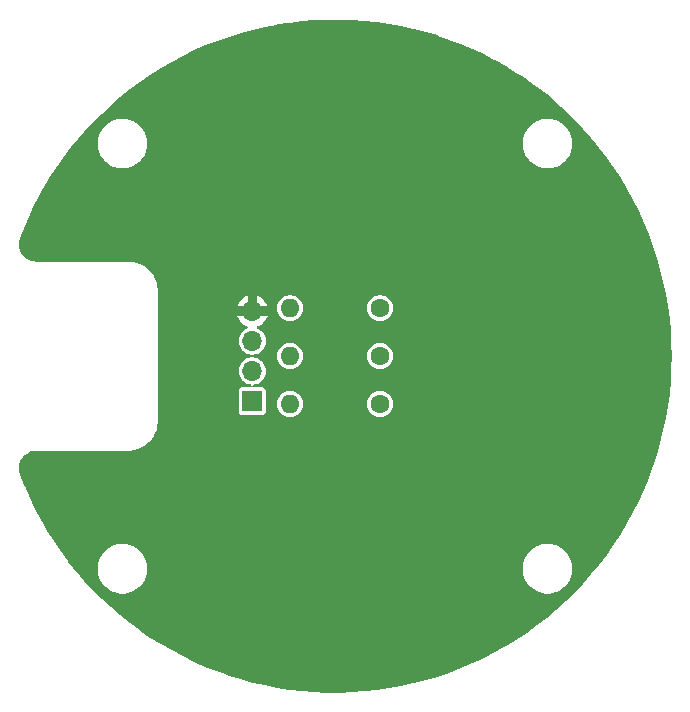
<source format=gbr>
%TF.GenerationSoftware,KiCad,Pcbnew,9.0.0*%
%TF.CreationDate,2025-07-28T18:14:09+09:00*%
%TF.ProjectId,UmiusiThrusterLEDUnit,556d6975-7369-4546-9872-75737465724c,01*%
%TF.SameCoordinates,Original*%
%TF.FileFunction,Copper,L2,Bot*%
%TF.FilePolarity,Positive*%
%FSLAX46Y46*%
G04 Gerber Fmt 4.6, Leading zero omitted, Abs format (unit mm)*
G04 Created by KiCad (PCBNEW 9.0.0) date 2025-07-28 18:14:09*
%MOMM*%
%LPD*%
G01*
G04 APERTURE LIST*
%TA.AperFunction,ComponentPad*%
%ADD10R,1.700000X1.700000*%
%TD*%
%TA.AperFunction,ComponentPad*%
%ADD11O,1.700000X1.700000*%
%TD*%
%TA.AperFunction,ComponentPad*%
%ADD12C,1.600000*%
%TD*%
%TA.AperFunction,ComponentPad*%
%ADD13O,1.600000X1.600000*%
%TD*%
%TA.AperFunction,ViaPad*%
%ADD14C,0.600000*%
%TD*%
%TA.AperFunction,Conductor*%
%ADD15C,0.400000*%
%TD*%
G04 APERTURE END LIST*
D10*
%TO.P,J1,1,Pin_1*%
%TO.N,G_LED*%
X51000000Y-65800000D03*
D11*
%TO.P,J1,2,Pin_2*%
%TO.N,R_LED*%
X51000000Y-63260000D03*
%TO.P,J1,3,Pin_3*%
%TO.N,B_LED*%
X51000000Y-60720000D03*
%TO.P,J1,4,Pin_4*%
%TO.N,GND*%
X51000000Y-58180000D03*
%TD*%
D12*
%TO.P,R1,1*%
%TO.N,Net-(D1-GA)*%
X61810000Y-66050000D03*
D13*
%TO.P,R1,2*%
%TO.N,G_LED*%
X54190000Y-66050000D03*
%TD*%
D12*
%TO.P,R2,1*%
%TO.N,Net-(D1-PAD)*%
X61810000Y-62000000D03*
D13*
%TO.P,R2,2*%
%TO.N,R_LED*%
X54190000Y-62000000D03*
%TD*%
D12*
%TO.P,R3,1*%
%TO.N,Net-(D1-BA)*%
X61810000Y-57950000D03*
D13*
%TO.P,R3,2*%
%TO.N,B_LED*%
X54190000Y-57950000D03*
%TD*%
D14*
%TO.N,GND*%
X63000000Y-47000000D03*
X58000000Y-77000000D03*
X53000000Y-72000000D03*
X78000000Y-77000000D03*
X68000000Y-52000000D03*
X68000000Y-62000000D03*
X48000000Y-72000000D03*
X63000000Y-42000000D03*
X68000000Y-72000000D03*
X63000000Y-77000000D03*
X54000000Y-60000000D03*
X78000000Y-47000000D03*
X38000000Y-47000000D03*
X48000000Y-87000000D03*
X33000000Y-52000000D03*
X43000000Y-72000000D03*
X73000000Y-77000000D03*
X53000000Y-37000000D03*
X73000000Y-57000000D03*
X53000000Y-52000000D03*
X53000000Y-82000000D03*
X78000000Y-57000000D03*
X63000000Y-87000000D03*
X43000000Y-47000000D03*
X68000000Y-42000000D03*
X78000000Y-72000000D03*
X53000000Y-47000000D03*
X58000000Y-72000000D03*
X83000000Y-57000000D03*
X73000000Y-62000000D03*
X68000000Y-47000000D03*
X68000000Y-37000000D03*
X83000000Y-62000000D03*
X73000000Y-67000000D03*
X53000000Y-42000000D03*
X58000000Y-42000000D03*
X73000000Y-72000000D03*
X48000000Y-52000000D03*
X78000000Y-62000000D03*
X58000000Y-52000000D03*
X58000000Y-87000000D03*
X68000000Y-87000000D03*
X43000000Y-82000000D03*
X68000000Y-57000000D03*
X63000000Y-82000000D03*
X48000000Y-47000000D03*
X73000000Y-82000000D03*
X33000000Y-72000000D03*
X83000000Y-52000000D03*
X48000000Y-82000000D03*
X48000000Y-42000000D03*
X53000000Y-77000000D03*
X43000000Y-52000000D03*
X43000000Y-77000000D03*
X68000000Y-67000000D03*
X58000000Y-82000000D03*
X73000000Y-42000000D03*
X38000000Y-77000000D03*
X78000000Y-67000000D03*
X83000000Y-72000000D03*
X43000000Y-42000000D03*
X83000000Y-67000000D03*
X58000000Y-37000000D03*
X53000000Y-87000000D03*
X68000000Y-77000000D03*
X48000000Y-37000000D03*
X68000000Y-82000000D03*
X48000000Y-77000000D03*
X54000000Y-64250000D03*
X73000000Y-47000000D03*
X78000000Y-52000000D03*
X58000000Y-47000000D03*
X63000000Y-37000000D03*
X63000000Y-72000000D03*
X63000000Y-52000000D03*
X38000000Y-52000000D03*
X73000000Y-52000000D03*
X38000000Y-72000000D03*
%TD*%
D15*
%TO.N,B_LED*%
X53890000Y-58250000D02*
X54190000Y-57950000D01*
%TD*%
%TA.AperFunction,Conductor*%
%TO.N,GND*%
G36*
X58368547Y-33502926D02*
G01*
X59420553Y-33535969D01*
X59425132Y-33536198D01*
X60475211Y-33608233D01*
X60479696Y-33608624D01*
X61526377Y-33719552D01*
X61530915Y-33720118D01*
X62572756Y-33869785D01*
X62577248Y-33870516D01*
X63612877Y-34058727D01*
X63617311Y-34059619D01*
X64645190Y-34286095D01*
X64649578Y-34287147D01*
X65668428Y-34551607D01*
X65672764Y-34552818D01*
X66681080Y-34854873D01*
X66685426Y-34856264D01*
X66976899Y-34955499D01*
X67681736Y-35195467D01*
X67686062Y-35197029D01*
X68669205Y-35572984D01*
X68673404Y-35574680D01*
X69641887Y-35986821D01*
X69646050Y-35988684D01*
X70598610Y-36436470D01*
X70602649Y-36438461D01*
X71314616Y-36805980D01*
X71537962Y-36921272D01*
X71541982Y-36923442D01*
X72458723Y-37440595D01*
X72462606Y-37442881D01*
X72816961Y-37660486D01*
X73359534Y-37993673D01*
X73363403Y-37996148D01*
X73626400Y-38171406D01*
X74239259Y-38579805D01*
X74243038Y-38582426D01*
X75096636Y-39198157D01*
X75100316Y-39200917D01*
X75930483Y-39847871D01*
X75934058Y-39850765D01*
X76739663Y-40528064D01*
X76743128Y-40531089D01*
X77523082Y-41237818D01*
X77526432Y-41240968D01*
X78279637Y-41976130D01*
X78282867Y-41979403D01*
X78540038Y-42249751D01*
X79008252Y-42741954D01*
X79011360Y-42745344D01*
X79708007Y-43534317D01*
X79710987Y-43537821D01*
X79914510Y-43786313D01*
X80377889Y-44352079D01*
X80380701Y-44355645D01*
X81016968Y-45194101D01*
X81019675Y-45197809D01*
X81201882Y-45457373D01*
X81624392Y-46059262D01*
X81626964Y-46063075D01*
X82199309Y-46946348D01*
X82201738Y-46950254D01*
X82740924Y-47854129D01*
X82743207Y-47858122D01*
X83248515Y-48781396D01*
X83250648Y-48785471D01*
X83721367Y-49726847D01*
X83723347Y-49730998D01*
X84158827Y-50689174D01*
X84160652Y-50693396D01*
X84560297Y-51667063D01*
X84561964Y-51671349D01*
X84925230Y-52659177D01*
X84926737Y-52663523D01*
X85253113Y-53664125D01*
X85254458Y-53668523D01*
X85543505Y-54680552D01*
X85544686Y-54684997D01*
X85796005Y-55707060D01*
X85797020Y-55711546D01*
X86010261Y-56742216D01*
X86011109Y-56746737D01*
X86185978Y-57784593D01*
X86186658Y-57789142D01*
X86322918Y-58832781D01*
X86323429Y-58837351D01*
X86420893Y-59885330D01*
X86421234Y-59889917D01*
X86479765Y-60940775D01*
X86479936Y-60945371D01*
X86499456Y-61997700D01*
X86499456Y-62002300D01*
X86479936Y-63054628D01*
X86479765Y-63059224D01*
X86421234Y-64110082D01*
X86420893Y-64114669D01*
X86323429Y-65162648D01*
X86322918Y-65167218D01*
X86186658Y-66210857D01*
X86185978Y-66215406D01*
X86011109Y-67253262D01*
X86010261Y-67257783D01*
X85797020Y-68288453D01*
X85796005Y-68292939D01*
X85544686Y-69315002D01*
X85543505Y-69319447D01*
X85254458Y-70331476D01*
X85253113Y-70335874D01*
X84926737Y-71336476D01*
X84925230Y-71340822D01*
X84561964Y-72328650D01*
X84560297Y-72332936D01*
X84160652Y-73306603D01*
X84158827Y-73310825D01*
X83723347Y-74269001D01*
X83721367Y-74273152D01*
X83250648Y-75214528D01*
X83248515Y-75218603D01*
X82743207Y-76141877D01*
X82740924Y-76145870D01*
X82201738Y-77049745D01*
X82199309Y-77053651D01*
X81626964Y-77936924D01*
X81624392Y-77940737D01*
X81019680Y-78802183D01*
X81016968Y-78805898D01*
X80380719Y-79644332D01*
X80377871Y-79647943D01*
X79710987Y-80462178D01*
X79708007Y-80465682D01*
X79011360Y-81254655D01*
X79008252Y-81258045D01*
X78282868Y-82020595D01*
X78279637Y-82023869D01*
X77526432Y-82759031D01*
X77523082Y-82762181D01*
X76743128Y-83468910D01*
X76739663Y-83471935D01*
X75934058Y-84149234D01*
X75930483Y-84152128D01*
X75100316Y-84799082D01*
X75096636Y-84801842D01*
X74243038Y-85417573D01*
X74239259Y-85420194D01*
X73363408Y-86003847D01*
X73359534Y-86006326D01*
X72462626Y-86557106D01*
X72458683Y-86559427D01*
X71978406Y-86830362D01*
X71542009Y-87076542D01*
X71537962Y-87078727D01*
X70602692Y-87561517D01*
X70598567Y-87563550D01*
X69646067Y-88011307D01*
X69641869Y-88013186D01*
X68673437Y-88425305D01*
X68669172Y-88427028D01*
X67686062Y-88802970D01*
X67681736Y-88804532D01*
X66685443Y-89143729D01*
X66681063Y-89145131D01*
X65672811Y-89447167D01*
X65668381Y-89448405D01*
X64649620Y-89712842D01*
X64645147Y-89713914D01*
X63617349Y-89940372D01*
X63612840Y-89941279D01*
X62577272Y-90129479D01*
X62572732Y-90130217D01*
X61530928Y-90279879D01*
X61526364Y-90280448D01*
X60479745Y-90391370D01*
X60475163Y-90391770D01*
X59425139Y-90463800D01*
X59420546Y-90464030D01*
X58368554Y-90497072D01*
X58363955Y-90497131D01*
X57311491Y-90491138D01*
X57306893Y-90491027D01*
X56255344Y-90446005D01*
X56250753Y-90445723D01*
X55201613Y-90361735D01*
X55197036Y-90361283D01*
X54151716Y-90238444D01*
X54147159Y-90237822D01*
X53107144Y-90076306D01*
X53102613Y-90075516D01*
X52069304Y-89875541D01*
X52064805Y-89874584D01*
X51039584Y-89636418D01*
X51035124Y-89635294D01*
X50019478Y-89359281D01*
X50015063Y-89357993D01*
X49010340Y-89044500D01*
X49005975Y-89043049D01*
X48509764Y-88867778D01*
X48013537Y-88692500D01*
X48009264Y-88690901D01*
X47030512Y-88303789D01*
X47026275Y-88302022D01*
X46062590Y-87878896D01*
X46058413Y-87876969D01*
X45111077Y-87418392D01*
X45106976Y-87416312D01*
X44177274Y-86922906D01*
X44173293Y-86920698D01*
X43262502Y-86393138D01*
X43258579Y-86390767D01*
X42368030Y-85829824D01*
X42364184Y-85827301D01*
X41768092Y-85420194D01*
X41495026Y-85233700D01*
X41491283Y-85231041D01*
X40908523Y-84800501D01*
X40644762Y-84605635D01*
X40641115Y-84602835D01*
X39818344Y-83946443D01*
X39814803Y-83943508D01*
X39016980Y-83257092D01*
X39013549Y-83254028D01*
X38241698Y-82538464D01*
X38238384Y-82535275D01*
X37493629Y-81791608D01*
X37490435Y-81788299D01*
X36773745Y-81017494D01*
X36770676Y-81014068D01*
X36083071Y-80217224D01*
X36080131Y-80213686D01*
X35857725Y-79935739D01*
X35798987Y-79862332D01*
X37899500Y-79862332D01*
X37899500Y-80137667D01*
X37899501Y-80137684D01*
X37935438Y-80410655D01*
X37935439Y-80410660D01*
X37935440Y-80410666D01*
X37956343Y-80488676D01*
X38006704Y-80676630D01*
X38112075Y-80931017D01*
X38112080Y-80931028D01*
X38161030Y-81015810D01*
X38249751Y-81169479D01*
X38249753Y-81169482D01*
X38249754Y-81169483D01*
X38417370Y-81387926D01*
X38417376Y-81387933D01*
X38612066Y-81582623D01*
X38612072Y-81582628D01*
X38830521Y-81750249D01*
X38983778Y-81838732D01*
X39068971Y-81887919D01*
X39068976Y-81887921D01*
X39068979Y-81887923D01*
X39323368Y-81993295D01*
X39589334Y-82064560D01*
X39862326Y-82100500D01*
X39862333Y-82100500D01*
X40137667Y-82100500D01*
X40137674Y-82100500D01*
X40410666Y-82064560D01*
X40676632Y-81993295D01*
X40931021Y-81887923D01*
X41169479Y-81750249D01*
X41387928Y-81582628D01*
X41582628Y-81387928D01*
X41750249Y-81169479D01*
X41887923Y-80931021D01*
X41993295Y-80676632D01*
X42064560Y-80410666D01*
X42100500Y-80137674D01*
X42100500Y-79862332D01*
X73899500Y-79862332D01*
X73899500Y-80137667D01*
X73899501Y-80137684D01*
X73935438Y-80410655D01*
X73935439Y-80410660D01*
X73935440Y-80410666D01*
X73956343Y-80488676D01*
X74006704Y-80676630D01*
X74112075Y-80931017D01*
X74112080Y-80931028D01*
X74161030Y-81015810D01*
X74249751Y-81169479D01*
X74249753Y-81169482D01*
X74249754Y-81169483D01*
X74417370Y-81387926D01*
X74417376Y-81387933D01*
X74612066Y-81582623D01*
X74612072Y-81582628D01*
X74830521Y-81750249D01*
X74983778Y-81838732D01*
X75068971Y-81887919D01*
X75068976Y-81887921D01*
X75068979Y-81887923D01*
X75323368Y-81993295D01*
X75589334Y-82064560D01*
X75862326Y-82100500D01*
X75862333Y-82100500D01*
X76137667Y-82100500D01*
X76137674Y-82100500D01*
X76410666Y-82064560D01*
X76676632Y-81993295D01*
X76931021Y-81887923D01*
X77169479Y-81750249D01*
X77387928Y-81582628D01*
X77582628Y-81387928D01*
X77750249Y-81169479D01*
X77887923Y-80931021D01*
X77993295Y-80676632D01*
X78064560Y-80410666D01*
X78100500Y-80137674D01*
X78100500Y-79862326D01*
X78064560Y-79589334D01*
X77993295Y-79323368D01*
X77887923Y-79068979D01*
X77887921Y-79068976D01*
X77887919Y-79068971D01*
X77838732Y-78983778D01*
X77750249Y-78830521D01*
X77582628Y-78612072D01*
X77582623Y-78612066D01*
X77387933Y-78417376D01*
X77387926Y-78417370D01*
X77169483Y-78249754D01*
X77169482Y-78249753D01*
X77169479Y-78249751D01*
X77074407Y-78194861D01*
X76931028Y-78112080D01*
X76931017Y-78112075D01*
X76676630Y-78006704D01*
X76543649Y-77971072D01*
X76410666Y-77935440D01*
X76410660Y-77935439D01*
X76410655Y-77935438D01*
X76137684Y-77899501D01*
X76137679Y-77899500D01*
X76137674Y-77899500D01*
X75862326Y-77899500D01*
X75862320Y-77899500D01*
X75862315Y-77899501D01*
X75589344Y-77935438D01*
X75589337Y-77935439D01*
X75589334Y-77935440D01*
X75533125Y-77950500D01*
X75323369Y-78006704D01*
X75068982Y-78112075D01*
X75068971Y-78112080D01*
X74830516Y-78249754D01*
X74612073Y-78417370D01*
X74612066Y-78417376D01*
X74417376Y-78612066D01*
X74417370Y-78612073D01*
X74249754Y-78830516D01*
X74112080Y-79068971D01*
X74112075Y-79068982D01*
X74006704Y-79323369D01*
X73935441Y-79589331D01*
X73935438Y-79589344D01*
X73899501Y-79862315D01*
X73899500Y-79862332D01*
X42100500Y-79862332D01*
X42100500Y-79862326D01*
X42064560Y-79589334D01*
X41993295Y-79323368D01*
X41887923Y-79068979D01*
X41887921Y-79068976D01*
X41887919Y-79068971D01*
X41838732Y-78983778D01*
X41750249Y-78830521D01*
X41582628Y-78612072D01*
X41582623Y-78612066D01*
X41387933Y-78417376D01*
X41387926Y-78417370D01*
X41169483Y-78249754D01*
X41169482Y-78249753D01*
X41169479Y-78249751D01*
X41074407Y-78194861D01*
X40931028Y-78112080D01*
X40931017Y-78112075D01*
X40676630Y-78006704D01*
X40543649Y-77971072D01*
X40410666Y-77935440D01*
X40410660Y-77935439D01*
X40410655Y-77935438D01*
X40137684Y-77899501D01*
X40137679Y-77899500D01*
X40137674Y-77899500D01*
X39862326Y-77899500D01*
X39862320Y-77899500D01*
X39862315Y-77899501D01*
X39589344Y-77935438D01*
X39589337Y-77935439D01*
X39589334Y-77935440D01*
X39533125Y-77950500D01*
X39323369Y-78006704D01*
X39068982Y-78112075D01*
X39068971Y-78112080D01*
X38830516Y-78249754D01*
X38612073Y-78417370D01*
X38612066Y-78417376D01*
X38417376Y-78612066D01*
X38417370Y-78612073D01*
X38249754Y-78830516D01*
X38112080Y-79068971D01*
X38112075Y-79068982D01*
X38006704Y-79323369D01*
X37935441Y-79589331D01*
X37935438Y-79589344D01*
X37899501Y-79862315D01*
X37899500Y-79862332D01*
X35798987Y-79862332D01*
X35422560Y-79391901D01*
X35419754Y-79388258D01*
X34952104Y-78757200D01*
X34793083Y-78542613D01*
X34790423Y-78538880D01*
X34707177Y-78417372D01*
X34195569Y-77670612D01*
X34193050Y-77666785D01*
X33630807Y-76777057D01*
X33628422Y-76773124D01*
X33261549Y-76141877D01*
X33099540Y-75863122D01*
X33097318Y-75859129D01*
X32602554Y-74930149D01*
X32600468Y-74926051D01*
X32140508Y-73979386D01*
X32138575Y-73975212D01*
X31714041Y-73012146D01*
X31712264Y-73007904D01*
X31663555Y-72885274D01*
X31324999Y-72032933D01*
X31321258Y-72022068D01*
X31262868Y-71822992D01*
X31259014Y-71805004D01*
X31231189Y-71602900D01*
X31230039Y-71584555D01*
X31232420Y-71380541D01*
X31233999Y-71362219D01*
X31237456Y-71340822D01*
X31266534Y-71160817D01*
X31270805Y-71142936D01*
X31332777Y-70948566D01*
X31339645Y-70931511D01*
X31429698Y-70748434D01*
X31439013Y-70732588D01*
X31555155Y-70564854D01*
X31566707Y-70550565D01*
X31706396Y-70401849D01*
X31719939Y-70389423D01*
X31880081Y-70263019D01*
X31895312Y-70252733D01*
X32072393Y-70151412D01*
X32088987Y-70143489D01*
X32279105Y-70069482D01*
X32296691Y-70064100D01*
X32495673Y-70019032D01*
X32513846Y-70016314D01*
X32721859Y-70000841D01*
X32731057Y-70000500D01*
X32792389Y-70000500D01*
X40495445Y-70000500D01*
X40495890Y-70000500D01*
X40511402Y-70000556D01*
X40642231Y-70001029D01*
X40642233Y-70001029D01*
X40642233Y-70001028D01*
X40642238Y-70001029D01*
X40943377Y-69965521D01*
X40943387Y-69965518D01*
X40943390Y-69965518D01*
X41238018Y-69893889D01*
X41238019Y-69893888D01*
X41238021Y-69893888D01*
X41521851Y-69787181D01*
X41790709Y-69646962D01*
X42040655Y-69475287D01*
X42268028Y-69274669D01*
X42469497Y-69048050D01*
X42642108Y-68798748D01*
X42783334Y-68530418D01*
X42891105Y-68246990D01*
X42963841Y-67952617D01*
X43000478Y-67651613D01*
X43000488Y-67574585D01*
X43000500Y-67574435D01*
X43000500Y-58580000D01*
X49710494Y-58580000D01*
X49748907Y-58698222D01*
X49845379Y-58887557D01*
X49970272Y-59059459D01*
X49970276Y-59059464D01*
X50120535Y-59209723D01*
X50120540Y-59209727D01*
X50292442Y-59334620D01*
X50481780Y-59431094D01*
X50510705Y-59440492D01*
X50568381Y-59479929D01*
X50595580Y-59544287D01*
X50583667Y-59613134D01*
X50536424Y-59664610D01*
X50528685Y-59668908D01*
X50397004Y-59736004D01*
X50250505Y-59842441D01*
X50250500Y-59842445D01*
X50122445Y-59970500D01*
X50122441Y-59970505D01*
X50016006Y-60117002D01*
X49933788Y-60278360D01*
X49933787Y-60278363D01*
X49877829Y-60450589D01*
X49849500Y-60629448D01*
X49849500Y-60810551D01*
X49877829Y-60989410D01*
X49933787Y-61161636D01*
X49933788Y-61161639D01*
X50016006Y-61322997D01*
X50122441Y-61469494D01*
X50122445Y-61469499D01*
X50250500Y-61597554D01*
X50250505Y-61597558D01*
X50378287Y-61690396D01*
X50397006Y-61703996D01*
X50502484Y-61757740D01*
X50558360Y-61786211D01*
X50558363Y-61786212D01*
X50644476Y-61814191D01*
X50730591Y-61842171D01*
X50803639Y-61853740D01*
X50890678Y-61867527D01*
X50953813Y-61897456D01*
X50990744Y-61956768D01*
X50989746Y-62026631D01*
X50951136Y-62084863D01*
X50890678Y-62112473D01*
X50730589Y-62137829D01*
X50558363Y-62193787D01*
X50558360Y-62193788D01*
X50397002Y-62276006D01*
X50250505Y-62382441D01*
X50250500Y-62382445D01*
X50122445Y-62510500D01*
X50122441Y-62510505D01*
X50016006Y-62657002D01*
X49933788Y-62818360D01*
X49933787Y-62818363D01*
X49877829Y-62990589D01*
X49849500Y-63169448D01*
X49849500Y-63350551D01*
X49877829Y-63529410D01*
X49933787Y-63701636D01*
X49933788Y-63701639D01*
X50016006Y-63862997D01*
X50122441Y-64009494D01*
X50122445Y-64009499D01*
X50250500Y-64137554D01*
X50250505Y-64137558D01*
X50378287Y-64230396D01*
X50397006Y-64243996D01*
X50502484Y-64297740D01*
X50558360Y-64326211D01*
X50558363Y-64326212D01*
X50644476Y-64354191D01*
X50730591Y-64382171D01*
X50834716Y-64398662D01*
X50862270Y-64403027D01*
X50925405Y-64432956D01*
X50962336Y-64492268D01*
X50961338Y-64562130D01*
X50922728Y-64620363D01*
X50858765Y-64648477D01*
X50842872Y-64649500D01*
X50105143Y-64649500D01*
X50105117Y-64649502D01*
X50080012Y-64652413D01*
X50080008Y-64652415D01*
X49977235Y-64697793D01*
X49897794Y-64777234D01*
X49852415Y-64880006D01*
X49852415Y-64880008D01*
X49849500Y-64905131D01*
X49849500Y-66694856D01*
X49849502Y-66694882D01*
X49852413Y-66719987D01*
X49852415Y-66719991D01*
X49897793Y-66822764D01*
X49897794Y-66822765D01*
X49977235Y-66902206D01*
X50080009Y-66947585D01*
X50105135Y-66950500D01*
X51894864Y-66950499D01*
X51894879Y-66950497D01*
X51894882Y-66950497D01*
X51919987Y-66947586D01*
X51919988Y-66947585D01*
X51919991Y-66947585D01*
X52022765Y-66902206D01*
X52102206Y-66822765D01*
X52147585Y-66719991D01*
X52150500Y-66694865D01*
X52150499Y-65963389D01*
X53089500Y-65963389D01*
X53089500Y-66136611D01*
X53116598Y-66307701D01*
X53170127Y-66472445D01*
X53248768Y-66626788D01*
X53350586Y-66766928D01*
X53473072Y-66889414D01*
X53613212Y-66991232D01*
X53767555Y-67069873D01*
X53932299Y-67123402D01*
X54103389Y-67150500D01*
X54103390Y-67150500D01*
X54276610Y-67150500D01*
X54276611Y-67150500D01*
X54447701Y-67123402D01*
X54612445Y-67069873D01*
X54766788Y-66991232D01*
X54906928Y-66889414D01*
X55029414Y-66766928D01*
X55131232Y-66626788D01*
X55209873Y-66472445D01*
X55263402Y-66307701D01*
X55290500Y-66136611D01*
X55290500Y-65963389D01*
X60709500Y-65963389D01*
X60709500Y-66136611D01*
X60736598Y-66307701D01*
X60790127Y-66472445D01*
X60868768Y-66626788D01*
X60970586Y-66766928D01*
X61093072Y-66889414D01*
X61233212Y-66991232D01*
X61387555Y-67069873D01*
X61552299Y-67123402D01*
X61723389Y-67150500D01*
X61723390Y-67150500D01*
X61896610Y-67150500D01*
X61896611Y-67150500D01*
X62067701Y-67123402D01*
X62232445Y-67069873D01*
X62386788Y-66991232D01*
X62526928Y-66889414D01*
X62649414Y-66766928D01*
X62751232Y-66626788D01*
X62829873Y-66472445D01*
X62883402Y-66307701D01*
X62910500Y-66136611D01*
X62910500Y-65963389D01*
X62883402Y-65792299D01*
X62829873Y-65627555D01*
X62751232Y-65473212D01*
X62649414Y-65333072D01*
X62526928Y-65210586D01*
X62386788Y-65108768D01*
X62232445Y-65030127D01*
X62067701Y-64976598D01*
X62067699Y-64976597D01*
X62067698Y-64976597D01*
X61936271Y-64955781D01*
X61896611Y-64949500D01*
X61723389Y-64949500D01*
X61683728Y-64955781D01*
X61552302Y-64976597D01*
X61387552Y-65030128D01*
X61233211Y-65108768D01*
X61159053Y-65162648D01*
X61093072Y-65210586D01*
X61093070Y-65210588D01*
X61093069Y-65210588D01*
X60970588Y-65333069D01*
X60970588Y-65333070D01*
X60970586Y-65333072D01*
X60926859Y-65393256D01*
X60868768Y-65473211D01*
X60790128Y-65627552D01*
X60736597Y-65792302D01*
X60710272Y-65958517D01*
X60709500Y-65963389D01*
X55290500Y-65963389D01*
X55263402Y-65792299D01*
X55209873Y-65627555D01*
X55131232Y-65473212D01*
X55029414Y-65333072D01*
X54906928Y-65210586D01*
X54766788Y-65108768D01*
X54612445Y-65030127D01*
X54447701Y-64976598D01*
X54447699Y-64976597D01*
X54447698Y-64976597D01*
X54316271Y-64955781D01*
X54276611Y-64949500D01*
X54103389Y-64949500D01*
X54063728Y-64955781D01*
X53932302Y-64976597D01*
X53767552Y-65030128D01*
X53613211Y-65108768D01*
X53539053Y-65162648D01*
X53473072Y-65210586D01*
X53473070Y-65210588D01*
X53473069Y-65210588D01*
X53350588Y-65333069D01*
X53350588Y-65333070D01*
X53350586Y-65333072D01*
X53306859Y-65393256D01*
X53248768Y-65473211D01*
X53170128Y-65627552D01*
X53116597Y-65792302D01*
X53090272Y-65958517D01*
X53089500Y-65963389D01*
X52150499Y-65963389D01*
X52150499Y-65792302D01*
X52150499Y-64905143D01*
X52150499Y-64905136D01*
X52150497Y-64905117D01*
X52147586Y-64880012D01*
X52147585Y-64880010D01*
X52147585Y-64880009D01*
X52102206Y-64777235D01*
X52022765Y-64697794D01*
X52019628Y-64696409D01*
X51919992Y-64652415D01*
X51894868Y-64649500D01*
X51157128Y-64649500D01*
X51090089Y-64629815D01*
X51044334Y-64577011D01*
X51034390Y-64507853D01*
X51063415Y-64444297D01*
X51122193Y-64406523D01*
X51137730Y-64403027D01*
X51161014Y-64399338D01*
X51269409Y-64382171D01*
X51441639Y-64326211D01*
X51602994Y-64243996D01*
X51749501Y-64137553D01*
X51877553Y-64009501D01*
X51983996Y-63862994D01*
X52066211Y-63701639D01*
X52122171Y-63529409D01*
X52136765Y-63437259D01*
X52150500Y-63350551D01*
X52150500Y-63169448D01*
X52132313Y-63054628D01*
X52122171Y-62990591D01*
X52094191Y-62904476D01*
X52066212Y-62818363D01*
X52066211Y-62818360D01*
X52014528Y-62716928D01*
X51983996Y-62657006D01*
X51925715Y-62576788D01*
X51877558Y-62510505D01*
X51877554Y-62510500D01*
X51749499Y-62382445D01*
X51749494Y-62382441D01*
X51602997Y-62276006D01*
X51602996Y-62276005D01*
X51602994Y-62276004D01*
X51551300Y-62249664D01*
X51441639Y-62193788D01*
X51441636Y-62193787D01*
X51269410Y-62137829D01*
X51109321Y-62112473D01*
X51046186Y-62082544D01*
X51009255Y-62023232D01*
X51010253Y-61953370D01*
X51036761Y-61913389D01*
X53089500Y-61913389D01*
X53089500Y-62086611D01*
X53116598Y-62257701D01*
X53170127Y-62422445D01*
X53248768Y-62576788D01*
X53350586Y-62716928D01*
X53473072Y-62839414D01*
X53613212Y-62941232D01*
X53767555Y-63019873D01*
X53932299Y-63073402D01*
X54103389Y-63100500D01*
X54103390Y-63100500D01*
X54276610Y-63100500D01*
X54276611Y-63100500D01*
X54447701Y-63073402D01*
X54612445Y-63019873D01*
X54766788Y-62941232D01*
X54906928Y-62839414D01*
X55029414Y-62716928D01*
X55131232Y-62576788D01*
X55209873Y-62422445D01*
X55263402Y-62257701D01*
X55290500Y-62086611D01*
X55290500Y-61913389D01*
X60709500Y-61913389D01*
X60709500Y-62086611D01*
X60736598Y-62257701D01*
X60790127Y-62422445D01*
X60868768Y-62576788D01*
X60970586Y-62716928D01*
X61093072Y-62839414D01*
X61233212Y-62941232D01*
X61387555Y-63019873D01*
X61552299Y-63073402D01*
X61723389Y-63100500D01*
X61723390Y-63100500D01*
X61896610Y-63100500D01*
X61896611Y-63100500D01*
X62067701Y-63073402D01*
X62232445Y-63019873D01*
X62386788Y-62941232D01*
X62526928Y-62839414D01*
X62649414Y-62716928D01*
X62751232Y-62576788D01*
X62829873Y-62422445D01*
X62883402Y-62257701D01*
X62910500Y-62086611D01*
X62910500Y-61913389D01*
X62883402Y-61742299D01*
X62829873Y-61577555D01*
X62751232Y-61423212D01*
X62649414Y-61283072D01*
X62526928Y-61160586D01*
X62386788Y-61058768D01*
X62232445Y-60980127D01*
X62067701Y-60926598D01*
X62067699Y-60926597D01*
X62067698Y-60926597D01*
X61936271Y-60905781D01*
X61896611Y-60899500D01*
X61723389Y-60899500D01*
X61683728Y-60905781D01*
X61552302Y-60926597D01*
X61387552Y-60980128D01*
X61233211Y-61058768D01*
X61153256Y-61116859D01*
X61093072Y-61160586D01*
X61093070Y-61160588D01*
X61093069Y-61160588D01*
X60970588Y-61283069D01*
X60970588Y-61283070D01*
X60970586Y-61283072D01*
X60941581Y-61322994D01*
X60868768Y-61423211D01*
X60790128Y-61577552D01*
X60736597Y-61742302D01*
X60709500Y-61913389D01*
X55290500Y-61913389D01*
X55263402Y-61742299D01*
X55209873Y-61577555D01*
X55131232Y-61423212D01*
X55029414Y-61283072D01*
X54906928Y-61160586D01*
X54766788Y-61058768D01*
X54612445Y-60980127D01*
X54447701Y-60926598D01*
X54447699Y-60926597D01*
X54447698Y-60926597D01*
X54316271Y-60905781D01*
X54276611Y-60899500D01*
X54103389Y-60899500D01*
X54063728Y-60905781D01*
X53932302Y-60926597D01*
X53767552Y-60980128D01*
X53613211Y-61058768D01*
X53533256Y-61116859D01*
X53473072Y-61160586D01*
X53473070Y-61160588D01*
X53473069Y-61160588D01*
X53350588Y-61283069D01*
X53350588Y-61283070D01*
X53350586Y-61283072D01*
X53321581Y-61322994D01*
X53248768Y-61423211D01*
X53170128Y-61577552D01*
X53116597Y-61742302D01*
X53089500Y-61913389D01*
X51036761Y-61913389D01*
X51048863Y-61895137D01*
X51109321Y-61867527D01*
X51179425Y-61856422D01*
X51269409Y-61842171D01*
X51373654Y-61808300D01*
X51428175Y-61790586D01*
X51441636Y-61786212D01*
X51441639Y-61786211D01*
X51602994Y-61703996D01*
X51749501Y-61597553D01*
X51877553Y-61469501D01*
X51983996Y-61322994D01*
X52066211Y-61161639D01*
X52066553Y-61160588D01*
X52099635Y-61058768D01*
X52122171Y-60989409D01*
X52136765Y-60897259D01*
X52150500Y-60810551D01*
X52150500Y-60629448D01*
X52134019Y-60525397D01*
X52122171Y-60450591D01*
X52066211Y-60278361D01*
X52066211Y-60278360D01*
X52037740Y-60222484D01*
X51983996Y-60117006D01*
X51970396Y-60098287D01*
X51877558Y-59970505D01*
X51877554Y-59970500D01*
X51749499Y-59842445D01*
X51749494Y-59842441D01*
X51602995Y-59736004D01*
X51471314Y-59668908D01*
X51420519Y-59620934D01*
X51403724Y-59553113D01*
X51426262Y-59486978D01*
X51480977Y-59443527D01*
X51489295Y-59440492D01*
X51518217Y-59431095D01*
X51707557Y-59334620D01*
X51879459Y-59209727D01*
X51879464Y-59209723D01*
X52029723Y-59059464D01*
X52029727Y-59059459D01*
X52154620Y-58887557D01*
X52251092Y-58698222D01*
X52289506Y-58580000D01*
X51307106Y-58580000D01*
X51400099Y-58487007D01*
X51465925Y-58372993D01*
X51500000Y-58245826D01*
X51500000Y-58114174D01*
X51465925Y-57987007D01*
X51400099Y-57872993D01*
X51390495Y-57863389D01*
X53089500Y-57863389D01*
X53089500Y-58036611D01*
X53116598Y-58207701D01*
X53170127Y-58372445D01*
X53248768Y-58526788D01*
X53350586Y-58666928D01*
X53473072Y-58789414D01*
X53613212Y-58891232D01*
X53767555Y-58969873D01*
X53932299Y-59023402D01*
X54103389Y-59050500D01*
X54103390Y-59050500D01*
X54276610Y-59050500D01*
X54276611Y-59050500D01*
X54447701Y-59023402D01*
X54612445Y-58969873D01*
X54766788Y-58891232D01*
X54906928Y-58789414D01*
X55029414Y-58666928D01*
X55131232Y-58526788D01*
X55209873Y-58372445D01*
X55263402Y-58207701D01*
X55290500Y-58036611D01*
X55290500Y-57863389D01*
X60709500Y-57863389D01*
X60709500Y-58036611D01*
X60736598Y-58207701D01*
X60790127Y-58372445D01*
X60868768Y-58526788D01*
X60970586Y-58666928D01*
X61093072Y-58789414D01*
X61233212Y-58891232D01*
X61387555Y-58969873D01*
X61552299Y-59023402D01*
X61723389Y-59050500D01*
X61723390Y-59050500D01*
X61896610Y-59050500D01*
X61896611Y-59050500D01*
X62067701Y-59023402D01*
X62232445Y-58969873D01*
X62386788Y-58891232D01*
X62526928Y-58789414D01*
X62649414Y-58666928D01*
X62751232Y-58526788D01*
X62829873Y-58372445D01*
X62883402Y-58207701D01*
X62910500Y-58036611D01*
X62910500Y-57863389D01*
X62883402Y-57692299D01*
X62829873Y-57527555D01*
X62751232Y-57373212D01*
X62649414Y-57233072D01*
X62526928Y-57110586D01*
X62386788Y-57008768D01*
X62232445Y-56930127D01*
X62067701Y-56876598D01*
X62067699Y-56876597D01*
X62067698Y-56876597D01*
X61936271Y-56855781D01*
X61896611Y-56849500D01*
X61723389Y-56849500D01*
X61683728Y-56855781D01*
X61552302Y-56876597D01*
X61387552Y-56930128D01*
X61233211Y-57008768D01*
X61153256Y-57066859D01*
X61093072Y-57110586D01*
X61093070Y-57110588D01*
X61093069Y-57110588D01*
X60970588Y-57233069D01*
X60970588Y-57233070D01*
X60970586Y-57233072D01*
X60926859Y-57293256D01*
X60868768Y-57373211D01*
X60790128Y-57527552D01*
X60736597Y-57692302D01*
X60709500Y-57863389D01*
X55290500Y-57863389D01*
X55263402Y-57692299D01*
X55209873Y-57527555D01*
X55131232Y-57373212D01*
X55029414Y-57233072D01*
X54906928Y-57110586D01*
X54766788Y-57008768D01*
X54612445Y-56930127D01*
X54447701Y-56876598D01*
X54447699Y-56876597D01*
X54447698Y-56876597D01*
X54316271Y-56855781D01*
X54276611Y-56849500D01*
X54103389Y-56849500D01*
X54063728Y-56855781D01*
X53932302Y-56876597D01*
X53767552Y-56930128D01*
X53613211Y-57008768D01*
X53533256Y-57066859D01*
X53473072Y-57110586D01*
X53473070Y-57110588D01*
X53473069Y-57110588D01*
X53350588Y-57233069D01*
X53350588Y-57233070D01*
X53350586Y-57233072D01*
X53306859Y-57293256D01*
X53248768Y-57373211D01*
X53170128Y-57527552D01*
X53116597Y-57692302D01*
X53089500Y-57863389D01*
X51390495Y-57863389D01*
X51307106Y-57780000D01*
X51400000Y-57780000D01*
X52289505Y-57780000D01*
X52289505Y-57779999D01*
X52251092Y-57661777D01*
X52154620Y-57472442D01*
X52029727Y-57300540D01*
X52029723Y-57300535D01*
X51879464Y-57150276D01*
X51879459Y-57150272D01*
X51707557Y-57025379D01*
X51518222Y-56928907D01*
X51400000Y-56890494D01*
X51400000Y-57780000D01*
X51307106Y-57780000D01*
X51307007Y-57779901D01*
X51192993Y-57714075D01*
X51065826Y-57680000D01*
X50934174Y-57680000D01*
X50807007Y-57714075D01*
X50692993Y-57779901D01*
X50599901Y-57872993D01*
X50534075Y-57987007D01*
X50500000Y-58114174D01*
X50500000Y-58245826D01*
X50534075Y-58372993D01*
X50599901Y-58487007D01*
X50692894Y-58580000D01*
X49710494Y-58580000D01*
X43000500Y-58580000D01*
X43000500Y-57779999D01*
X49710494Y-57779999D01*
X49710494Y-57780000D01*
X50600000Y-57780000D01*
X50600000Y-56890494D01*
X50599999Y-56890494D01*
X50481777Y-56928907D01*
X50292442Y-57025379D01*
X50120540Y-57150272D01*
X50120535Y-57150276D01*
X49970276Y-57300535D01*
X49970272Y-57300540D01*
X49845379Y-57472442D01*
X49748907Y-57661777D01*
X49710494Y-57779999D01*
X43000500Y-57779999D01*
X43000500Y-56348745D01*
X42992235Y-56280680D01*
X42964037Y-56048449D01*
X42891643Y-55754735D01*
X42891642Y-55754732D01*
X42891641Y-55754728D01*
X42856523Y-55662132D01*
X42784374Y-55471889D01*
X42643793Y-55204034D01*
X42503304Y-55000500D01*
X42471954Y-54955082D01*
X42471952Y-54955080D01*
X42471951Y-54955078D01*
X42271354Y-54728650D01*
X42271351Y-54728647D01*
X42271349Y-54728645D01*
X42044932Y-54528057D01*
X42044929Y-54528055D01*
X42044927Y-54528053D01*
X41795971Y-54356210D01*
X41795970Y-54356209D01*
X41795968Y-54356208D01*
X41528121Y-54215630D01*
X41245276Y-54108360D01*
X40951553Y-54035963D01*
X40697152Y-54005073D01*
X40651258Y-53999501D01*
X40651257Y-53999500D01*
X40651249Y-53999500D01*
X40565898Y-53999500D01*
X40565897Y-53999500D01*
X32731090Y-53999500D01*
X32721891Y-53999158D01*
X32513850Y-53983682D01*
X32495657Y-53980961D01*
X32296681Y-53935894D01*
X32279091Y-53930510D01*
X32088987Y-53856507D01*
X32072395Y-53848585D01*
X31895313Y-53747262D01*
X31880072Y-53736969D01*
X31719940Y-53610572D01*
X31706392Y-53598142D01*
X31566715Y-53449438D01*
X31555155Y-53435138D01*
X31439015Y-53267406D01*
X31429694Y-53251548D01*
X31339651Y-53068493D01*
X31332779Y-53051429D01*
X31270807Y-52857059D01*
X31266535Y-52839172D01*
X31234001Y-52637775D01*
X31232423Y-52619450D01*
X31230042Y-52415442D01*
X31231192Y-52397099D01*
X31259017Y-52194992D01*
X31262871Y-52177007D01*
X31298651Y-52055021D01*
X31321271Y-51977895D01*
X31325009Y-51967041D01*
X31712274Y-50992069D01*
X31714030Y-50987878D01*
X32138581Y-50024772D01*
X32140508Y-50020613D01*
X32178313Y-49942805D01*
X32600475Y-49073932D01*
X32602554Y-49069850D01*
X32754011Y-48785471D01*
X33097332Y-48140843D01*
X33099527Y-48136900D01*
X33628431Y-47226858D01*
X33630807Y-47222942D01*
X33803126Y-46950254D01*
X34193076Y-46333173D01*
X34195552Y-46329411D01*
X34790451Y-45461079D01*
X34793064Y-45457411D01*
X35419766Y-44611724D01*
X35422546Y-44608115D01*
X36019302Y-43862332D01*
X37899500Y-43862332D01*
X37899500Y-44137667D01*
X37899501Y-44137684D01*
X37935438Y-44410655D01*
X37935439Y-44410660D01*
X37935440Y-44410666D01*
X37935441Y-44410668D01*
X38006704Y-44676630D01*
X38112075Y-44931017D01*
X38112080Y-44931028D01*
X38191809Y-45069121D01*
X38249751Y-45169479D01*
X38249753Y-45169482D01*
X38249754Y-45169483D01*
X38417370Y-45387926D01*
X38417376Y-45387933D01*
X38612066Y-45582623D01*
X38612072Y-45582628D01*
X38830521Y-45750249D01*
X38983778Y-45838732D01*
X39068971Y-45887919D01*
X39068976Y-45887921D01*
X39068979Y-45887923D01*
X39323368Y-45993295D01*
X39589334Y-46064560D01*
X39862326Y-46100500D01*
X39862333Y-46100500D01*
X40137667Y-46100500D01*
X40137674Y-46100500D01*
X40410666Y-46064560D01*
X40676632Y-45993295D01*
X40931021Y-45887923D01*
X41169479Y-45750249D01*
X41387928Y-45582628D01*
X41582628Y-45387928D01*
X41750249Y-45169479D01*
X41887923Y-44931021D01*
X41993295Y-44676632D01*
X42064560Y-44410666D01*
X42100500Y-44137674D01*
X42100500Y-43862332D01*
X73899500Y-43862332D01*
X73899500Y-44137667D01*
X73899501Y-44137684D01*
X73935438Y-44410655D01*
X73935439Y-44410660D01*
X73935440Y-44410666D01*
X73935441Y-44410668D01*
X74006704Y-44676630D01*
X74112075Y-44931017D01*
X74112080Y-44931028D01*
X74191809Y-45069121D01*
X74249751Y-45169479D01*
X74249753Y-45169482D01*
X74249754Y-45169483D01*
X74417370Y-45387926D01*
X74417376Y-45387933D01*
X74612066Y-45582623D01*
X74612072Y-45582628D01*
X74830521Y-45750249D01*
X74983778Y-45838732D01*
X75068971Y-45887919D01*
X75068976Y-45887921D01*
X75068979Y-45887923D01*
X75323368Y-45993295D01*
X75589334Y-46064560D01*
X75862326Y-46100500D01*
X75862333Y-46100500D01*
X76137667Y-46100500D01*
X76137674Y-46100500D01*
X76410666Y-46064560D01*
X76676632Y-45993295D01*
X76931021Y-45887923D01*
X77169479Y-45750249D01*
X77387928Y-45582628D01*
X77582628Y-45387928D01*
X77750249Y-45169479D01*
X77887923Y-44931021D01*
X77993295Y-44676632D01*
X78064560Y-44410666D01*
X78100500Y-44137674D01*
X78100500Y-43862326D01*
X78064560Y-43589334D01*
X77993295Y-43323368D01*
X77887923Y-43068979D01*
X77887921Y-43068976D01*
X77887919Y-43068971D01*
X77837997Y-42982505D01*
X77750249Y-42830521D01*
X77582628Y-42612072D01*
X77582623Y-42612066D01*
X77387933Y-42417376D01*
X77387926Y-42417370D01*
X77169483Y-42249754D01*
X77169482Y-42249753D01*
X77169479Y-42249751D01*
X77074407Y-42194861D01*
X76931028Y-42112080D01*
X76931017Y-42112075D01*
X76676630Y-42006704D01*
X76543649Y-41971072D01*
X76410666Y-41935440D01*
X76410660Y-41935439D01*
X76410655Y-41935438D01*
X76137684Y-41899501D01*
X76137679Y-41899500D01*
X76137674Y-41899500D01*
X75862326Y-41899500D01*
X75862320Y-41899500D01*
X75862315Y-41899501D01*
X75589344Y-41935438D01*
X75589337Y-41935439D01*
X75589334Y-41935440D01*
X75533125Y-41950500D01*
X75323369Y-42006704D01*
X75068982Y-42112075D01*
X75068971Y-42112080D01*
X74830516Y-42249754D01*
X74612073Y-42417370D01*
X74612066Y-42417376D01*
X74417376Y-42612066D01*
X74417370Y-42612073D01*
X74249754Y-42830516D01*
X74112080Y-43068971D01*
X74112075Y-43068982D01*
X74006704Y-43323369D01*
X73935441Y-43589331D01*
X73935438Y-43589344D01*
X73899501Y-43862315D01*
X73899500Y-43862332D01*
X42100500Y-43862332D01*
X42100500Y-43862326D01*
X42064560Y-43589334D01*
X41993295Y-43323368D01*
X41887923Y-43068979D01*
X41887921Y-43068976D01*
X41887919Y-43068971D01*
X41837997Y-42982505D01*
X41750249Y-42830521D01*
X41582628Y-42612072D01*
X41582623Y-42612066D01*
X41387933Y-42417376D01*
X41387926Y-42417370D01*
X41169483Y-42249754D01*
X41169482Y-42249753D01*
X41169479Y-42249751D01*
X41074407Y-42194861D01*
X40931028Y-42112080D01*
X40931017Y-42112075D01*
X40676630Y-42006704D01*
X40543649Y-41971072D01*
X40410666Y-41935440D01*
X40410660Y-41935439D01*
X40410655Y-41935438D01*
X40137684Y-41899501D01*
X40137679Y-41899500D01*
X40137674Y-41899500D01*
X39862326Y-41899500D01*
X39862320Y-41899500D01*
X39862315Y-41899501D01*
X39589344Y-41935438D01*
X39589337Y-41935439D01*
X39589334Y-41935440D01*
X39533125Y-41950500D01*
X39323369Y-42006704D01*
X39068982Y-42112075D01*
X39068971Y-42112080D01*
X38830516Y-42249754D01*
X38612073Y-42417370D01*
X38612066Y-42417376D01*
X38417376Y-42612066D01*
X38417370Y-42612073D01*
X38249754Y-42830516D01*
X38112080Y-43068971D01*
X38112075Y-43068982D01*
X38006704Y-43323369D01*
X37935441Y-43589331D01*
X37935438Y-43589344D01*
X37899501Y-43862315D01*
X37899500Y-43862332D01*
X36019302Y-43862332D01*
X36080149Y-43786290D01*
X36083075Y-43782771D01*
X36087832Y-43777258D01*
X36087833Y-43777257D01*
X36249994Y-43589334D01*
X36770694Y-42985910D01*
X36773726Y-42982525D01*
X37490445Y-42211689D01*
X37493629Y-42208391D01*
X37682488Y-42019808D01*
X38238400Y-41464707D01*
X38241681Y-41461551D01*
X39013590Y-40745933D01*
X39016938Y-40742944D01*
X39814814Y-40056481D01*
X39818344Y-40053556D01*
X40641148Y-39397137D01*
X40644728Y-39394389D01*
X41491325Y-38768927D01*
X41494990Y-38766323D01*
X42364215Y-38172677D01*
X42367998Y-38170195D01*
X43258608Y-37609214D01*
X43262462Y-37606884D01*
X44173333Y-37079278D01*
X44177236Y-37077113D01*
X45106980Y-36583684D01*
X45111050Y-36581620D01*
X46058438Y-36123018D01*
X46062564Y-36121114D01*
X47026329Y-35697954D01*
X47030466Y-35696228D01*
X48009312Y-35309079D01*
X48013490Y-35307515D01*
X49006006Y-34956939D01*
X49010309Y-34955509D01*
X50015094Y-34641996D01*
X50019447Y-34640726D01*
X51035162Y-34364695D01*
X51039547Y-34363590D01*
X52064810Y-34125413D01*
X52069298Y-34124459D01*
X53102622Y-33924481D01*
X53107135Y-33923694D01*
X54147184Y-33762173D01*
X54151690Y-33761558D01*
X55197063Y-33638713D01*
X55201585Y-33638266D01*
X56250791Y-33554273D01*
X56255306Y-33553996D01*
X57306937Y-33508970D01*
X57311446Y-33508862D01*
X58363961Y-33502868D01*
X58368547Y-33502926D01*
G37*
%TD.AperFunction*%
%TD*%
M02*

</source>
